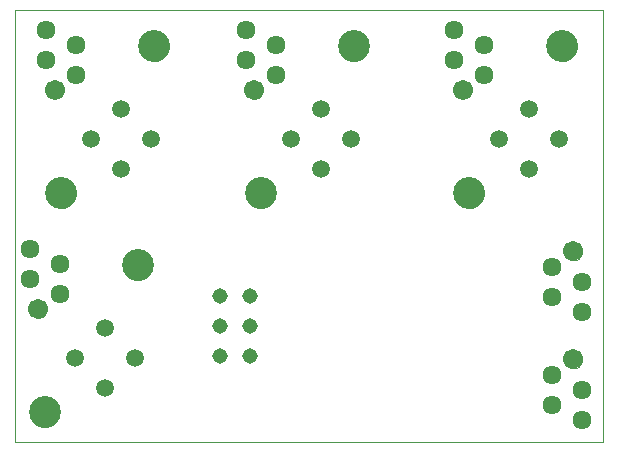
<source format=gbs>
G75*
G70*
%OFA0B0*%
%FSLAX24Y24*%
%IPPOS*%
%LPD*%
%AMOC8*
5,1,8,0,0,1.08239X$1,22.5*
%
%ADD10C,0.0000*%
%ADD11C,0.1064*%
%ADD12C,0.0516*%
%ADD13C,0.0634*%
%ADD14C,0.0671*%
%ADD15C,0.0595*%
D10*
X000403Y000907D02*
X000403Y015307D01*
X020003Y015307D01*
X020003Y000907D01*
X000403Y000907D01*
X000911Y001907D02*
X000913Y001951D01*
X000919Y001995D01*
X000929Y002038D01*
X000942Y002080D01*
X000960Y002120D01*
X000981Y002159D01*
X001005Y002196D01*
X001032Y002231D01*
X001063Y002263D01*
X001096Y002292D01*
X001132Y002318D01*
X001170Y002340D01*
X001210Y002359D01*
X001251Y002375D01*
X001294Y002387D01*
X001337Y002395D01*
X001381Y002399D01*
X001425Y002399D01*
X001469Y002395D01*
X001512Y002387D01*
X001555Y002375D01*
X001596Y002359D01*
X001636Y002340D01*
X001674Y002318D01*
X001710Y002292D01*
X001743Y002263D01*
X001774Y002231D01*
X001801Y002196D01*
X001825Y002159D01*
X001846Y002120D01*
X001864Y002080D01*
X001877Y002038D01*
X001887Y001995D01*
X001893Y001951D01*
X001895Y001907D01*
X001893Y001863D01*
X001887Y001819D01*
X001877Y001776D01*
X001864Y001734D01*
X001846Y001694D01*
X001825Y001655D01*
X001801Y001618D01*
X001774Y001583D01*
X001743Y001551D01*
X001710Y001522D01*
X001674Y001496D01*
X001636Y001474D01*
X001596Y001455D01*
X001555Y001439D01*
X001512Y001427D01*
X001469Y001419D01*
X001425Y001415D01*
X001381Y001415D01*
X001337Y001419D01*
X001294Y001427D01*
X001251Y001439D01*
X001210Y001455D01*
X001170Y001474D01*
X001132Y001496D01*
X001096Y001522D01*
X001063Y001551D01*
X001032Y001583D01*
X001005Y001618D01*
X000981Y001655D01*
X000960Y001694D01*
X000942Y001734D01*
X000929Y001776D01*
X000919Y001819D01*
X000913Y001863D01*
X000911Y001907D01*
X000887Y005348D02*
X000889Y005382D01*
X000895Y005416D01*
X000905Y005449D01*
X000918Y005480D01*
X000936Y005510D01*
X000956Y005538D01*
X000980Y005563D01*
X001006Y005585D01*
X001034Y005603D01*
X001065Y005619D01*
X001097Y005631D01*
X001131Y005639D01*
X001165Y005643D01*
X001199Y005643D01*
X001233Y005639D01*
X001267Y005631D01*
X001299Y005619D01*
X001329Y005603D01*
X001358Y005585D01*
X001384Y005563D01*
X001408Y005538D01*
X001428Y005510D01*
X001446Y005480D01*
X001459Y005449D01*
X001469Y005416D01*
X001475Y005382D01*
X001477Y005348D01*
X001475Y005314D01*
X001469Y005280D01*
X001459Y005247D01*
X001446Y005216D01*
X001428Y005186D01*
X001408Y005158D01*
X001384Y005133D01*
X001358Y005111D01*
X001330Y005093D01*
X001299Y005077D01*
X001267Y005065D01*
X001233Y005057D01*
X001199Y005053D01*
X001165Y005053D01*
X001131Y005057D01*
X001097Y005065D01*
X001065Y005077D01*
X001034Y005093D01*
X001006Y005111D01*
X000980Y005133D01*
X000956Y005158D01*
X000936Y005186D01*
X000918Y005216D01*
X000905Y005247D01*
X000895Y005280D01*
X000889Y005314D01*
X000887Y005348D01*
X004011Y006807D02*
X004013Y006851D01*
X004019Y006895D01*
X004029Y006938D01*
X004042Y006980D01*
X004060Y007020D01*
X004081Y007059D01*
X004105Y007096D01*
X004132Y007131D01*
X004163Y007163D01*
X004196Y007192D01*
X004232Y007218D01*
X004270Y007240D01*
X004310Y007259D01*
X004351Y007275D01*
X004394Y007287D01*
X004437Y007295D01*
X004481Y007299D01*
X004525Y007299D01*
X004569Y007295D01*
X004612Y007287D01*
X004655Y007275D01*
X004696Y007259D01*
X004736Y007240D01*
X004774Y007218D01*
X004810Y007192D01*
X004843Y007163D01*
X004874Y007131D01*
X004901Y007096D01*
X004925Y007059D01*
X004946Y007020D01*
X004964Y006980D01*
X004977Y006938D01*
X004987Y006895D01*
X004993Y006851D01*
X004995Y006807D01*
X004993Y006763D01*
X004987Y006719D01*
X004977Y006676D01*
X004964Y006634D01*
X004946Y006594D01*
X004925Y006555D01*
X004901Y006518D01*
X004874Y006483D01*
X004843Y006451D01*
X004810Y006422D01*
X004774Y006396D01*
X004736Y006374D01*
X004696Y006355D01*
X004655Y006339D01*
X004612Y006327D01*
X004569Y006319D01*
X004525Y006315D01*
X004481Y006315D01*
X004437Y006319D01*
X004394Y006327D01*
X004351Y006339D01*
X004310Y006355D01*
X004270Y006374D01*
X004232Y006396D01*
X004196Y006422D01*
X004163Y006451D01*
X004132Y006483D01*
X004105Y006518D01*
X004081Y006555D01*
X004060Y006594D01*
X004042Y006634D01*
X004029Y006676D01*
X004019Y006719D01*
X004013Y006763D01*
X004011Y006807D01*
X001461Y009207D02*
X001463Y009251D01*
X001469Y009295D01*
X001479Y009338D01*
X001492Y009380D01*
X001510Y009420D01*
X001531Y009459D01*
X001555Y009496D01*
X001582Y009531D01*
X001613Y009563D01*
X001646Y009592D01*
X001682Y009618D01*
X001720Y009640D01*
X001760Y009659D01*
X001801Y009675D01*
X001844Y009687D01*
X001887Y009695D01*
X001931Y009699D01*
X001975Y009699D01*
X002019Y009695D01*
X002062Y009687D01*
X002105Y009675D01*
X002146Y009659D01*
X002186Y009640D01*
X002224Y009618D01*
X002260Y009592D01*
X002293Y009563D01*
X002324Y009531D01*
X002351Y009496D01*
X002375Y009459D01*
X002396Y009420D01*
X002414Y009380D01*
X002427Y009338D01*
X002437Y009295D01*
X002443Y009251D01*
X002445Y009207D01*
X002443Y009163D01*
X002437Y009119D01*
X002427Y009076D01*
X002414Y009034D01*
X002396Y008994D01*
X002375Y008955D01*
X002351Y008918D01*
X002324Y008883D01*
X002293Y008851D01*
X002260Y008822D01*
X002224Y008796D01*
X002186Y008774D01*
X002146Y008755D01*
X002105Y008739D01*
X002062Y008727D01*
X002019Y008719D01*
X001975Y008715D01*
X001931Y008715D01*
X001887Y008719D01*
X001844Y008727D01*
X001801Y008739D01*
X001760Y008755D01*
X001720Y008774D01*
X001682Y008796D01*
X001646Y008822D01*
X001613Y008851D01*
X001582Y008883D01*
X001555Y008918D01*
X001531Y008955D01*
X001510Y008994D01*
X001492Y009034D01*
X001479Y009076D01*
X001469Y009119D01*
X001463Y009163D01*
X001461Y009207D01*
X001437Y012648D02*
X001439Y012682D01*
X001445Y012716D01*
X001455Y012749D01*
X001468Y012780D01*
X001486Y012810D01*
X001506Y012838D01*
X001530Y012863D01*
X001556Y012885D01*
X001584Y012903D01*
X001615Y012919D01*
X001647Y012931D01*
X001681Y012939D01*
X001715Y012943D01*
X001749Y012943D01*
X001783Y012939D01*
X001817Y012931D01*
X001849Y012919D01*
X001879Y012903D01*
X001908Y012885D01*
X001934Y012863D01*
X001958Y012838D01*
X001978Y012810D01*
X001996Y012780D01*
X002009Y012749D01*
X002019Y012716D01*
X002025Y012682D01*
X002027Y012648D01*
X002025Y012614D01*
X002019Y012580D01*
X002009Y012547D01*
X001996Y012516D01*
X001978Y012486D01*
X001958Y012458D01*
X001934Y012433D01*
X001908Y012411D01*
X001880Y012393D01*
X001849Y012377D01*
X001817Y012365D01*
X001783Y012357D01*
X001749Y012353D01*
X001715Y012353D01*
X001681Y012357D01*
X001647Y012365D01*
X001615Y012377D01*
X001584Y012393D01*
X001556Y012411D01*
X001530Y012433D01*
X001506Y012458D01*
X001486Y012486D01*
X001468Y012516D01*
X001455Y012547D01*
X001445Y012580D01*
X001439Y012614D01*
X001437Y012648D01*
X004561Y014107D02*
X004563Y014151D01*
X004569Y014195D01*
X004579Y014238D01*
X004592Y014280D01*
X004610Y014320D01*
X004631Y014359D01*
X004655Y014396D01*
X004682Y014431D01*
X004713Y014463D01*
X004746Y014492D01*
X004782Y014518D01*
X004820Y014540D01*
X004860Y014559D01*
X004901Y014575D01*
X004944Y014587D01*
X004987Y014595D01*
X005031Y014599D01*
X005075Y014599D01*
X005119Y014595D01*
X005162Y014587D01*
X005205Y014575D01*
X005246Y014559D01*
X005286Y014540D01*
X005324Y014518D01*
X005360Y014492D01*
X005393Y014463D01*
X005424Y014431D01*
X005451Y014396D01*
X005475Y014359D01*
X005496Y014320D01*
X005514Y014280D01*
X005527Y014238D01*
X005537Y014195D01*
X005543Y014151D01*
X005545Y014107D01*
X005543Y014063D01*
X005537Y014019D01*
X005527Y013976D01*
X005514Y013934D01*
X005496Y013894D01*
X005475Y013855D01*
X005451Y013818D01*
X005424Y013783D01*
X005393Y013751D01*
X005360Y013722D01*
X005324Y013696D01*
X005286Y013674D01*
X005246Y013655D01*
X005205Y013639D01*
X005162Y013627D01*
X005119Y013619D01*
X005075Y013615D01*
X005031Y013615D01*
X004987Y013619D01*
X004944Y013627D01*
X004901Y013639D01*
X004860Y013655D01*
X004820Y013674D01*
X004782Y013696D01*
X004746Y013722D01*
X004713Y013751D01*
X004682Y013783D01*
X004655Y013818D01*
X004631Y013855D01*
X004610Y013894D01*
X004592Y013934D01*
X004579Y013976D01*
X004569Y014019D01*
X004563Y014063D01*
X004561Y014107D01*
X008087Y012648D02*
X008089Y012682D01*
X008095Y012716D01*
X008105Y012749D01*
X008118Y012780D01*
X008136Y012810D01*
X008156Y012838D01*
X008180Y012863D01*
X008206Y012885D01*
X008234Y012903D01*
X008265Y012919D01*
X008297Y012931D01*
X008331Y012939D01*
X008365Y012943D01*
X008399Y012943D01*
X008433Y012939D01*
X008467Y012931D01*
X008499Y012919D01*
X008529Y012903D01*
X008558Y012885D01*
X008584Y012863D01*
X008608Y012838D01*
X008628Y012810D01*
X008646Y012780D01*
X008659Y012749D01*
X008669Y012716D01*
X008675Y012682D01*
X008677Y012648D01*
X008675Y012614D01*
X008669Y012580D01*
X008659Y012547D01*
X008646Y012516D01*
X008628Y012486D01*
X008608Y012458D01*
X008584Y012433D01*
X008558Y012411D01*
X008530Y012393D01*
X008499Y012377D01*
X008467Y012365D01*
X008433Y012357D01*
X008399Y012353D01*
X008365Y012353D01*
X008331Y012357D01*
X008297Y012365D01*
X008265Y012377D01*
X008234Y012393D01*
X008206Y012411D01*
X008180Y012433D01*
X008156Y012458D01*
X008136Y012486D01*
X008118Y012516D01*
X008105Y012547D01*
X008095Y012580D01*
X008089Y012614D01*
X008087Y012648D01*
X011211Y014107D02*
X011213Y014151D01*
X011219Y014195D01*
X011229Y014238D01*
X011242Y014280D01*
X011260Y014320D01*
X011281Y014359D01*
X011305Y014396D01*
X011332Y014431D01*
X011363Y014463D01*
X011396Y014492D01*
X011432Y014518D01*
X011470Y014540D01*
X011510Y014559D01*
X011551Y014575D01*
X011594Y014587D01*
X011637Y014595D01*
X011681Y014599D01*
X011725Y014599D01*
X011769Y014595D01*
X011812Y014587D01*
X011855Y014575D01*
X011896Y014559D01*
X011936Y014540D01*
X011974Y014518D01*
X012010Y014492D01*
X012043Y014463D01*
X012074Y014431D01*
X012101Y014396D01*
X012125Y014359D01*
X012146Y014320D01*
X012164Y014280D01*
X012177Y014238D01*
X012187Y014195D01*
X012193Y014151D01*
X012195Y014107D01*
X012193Y014063D01*
X012187Y014019D01*
X012177Y013976D01*
X012164Y013934D01*
X012146Y013894D01*
X012125Y013855D01*
X012101Y013818D01*
X012074Y013783D01*
X012043Y013751D01*
X012010Y013722D01*
X011974Y013696D01*
X011936Y013674D01*
X011896Y013655D01*
X011855Y013639D01*
X011812Y013627D01*
X011769Y013619D01*
X011725Y013615D01*
X011681Y013615D01*
X011637Y013619D01*
X011594Y013627D01*
X011551Y013639D01*
X011510Y013655D01*
X011470Y013674D01*
X011432Y013696D01*
X011396Y013722D01*
X011363Y013751D01*
X011332Y013783D01*
X011305Y013818D01*
X011281Y013855D01*
X011260Y013894D01*
X011242Y013934D01*
X011229Y013976D01*
X011219Y014019D01*
X011213Y014063D01*
X011211Y014107D01*
X015037Y012648D02*
X015039Y012682D01*
X015045Y012716D01*
X015055Y012749D01*
X015068Y012780D01*
X015086Y012810D01*
X015106Y012838D01*
X015130Y012863D01*
X015156Y012885D01*
X015184Y012903D01*
X015215Y012919D01*
X015247Y012931D01*
X015281Y012939D01*
X015315Y012943D01*
X015349Y012943D01*
X015383Y012939D01*
X015417Y012931D01*
X015449Y012919D01*
X015479Y012903D01*
X015508Y012885D01*
X015534Y012863D01*
X015558Y012838D01*
X015578Y012810D01*
X015596Y012780D01*
X015609Y012749D01*
X015619Y012716D01*
X015625Y012682D01*
X015627Y012648D01*
X015625Y012614D01*
X015619Y012580D01*
X015609Y012547D01*
X015596Y012516D01*
X015578Y012486D01*
X015558Y012458D01*
X015534Y012433D01*
X015508Y012411D01*
X015480Y012393D01*
X015449Y012377D01*
X015417Y012365D01*
X015383Y012357D01*
X015349Y012353D01*
X015315Y012353D01*
X015281Y012357D01*
X015247Y012365D01*
X015215Y012377D01*
X015184Y012393D01*
X015156Y012411D01*
X015130Y012433D01*
X015106Y012458D01*
X015086Y012486D01*
X015068Y012516D01*
X015055Y012547D01*
X015045Y012580D01*
X015039Y012614D01*
X015037Y012648D01*
X018161Y014107D02*
X018163Y014151D01*
X018169Y014195D01*
X018179Y014238D01*
X018192Y014280D01*
X018210Y014320D01*
X018231Y014359D01*
X018255Y014396D01*
X018282Y014431D01*
X018313Y014463D01*
X018346Y014492D01*
X018382Y014518D01*
X018420Y014540D01*
X018460Y014559D01*
X018501Y014575D01*
X018544Y014587D01*
X018587Y014595D01*
X018631Y014599D01*
X018675Y014599D01*
X018719Y014595D01*
X018762Y014587D01*
X018805Y014575D01*
X018846Y014559D01*
X018886Y014540D01*
X018924Y014518D01*
X018960Y014492D01*
X018993Y014463D01*
X019024Y014431D01*
X019051Y014396D01*
X019075Y014359D01*
X019096Y014320D01*
X019114Y014280D01*
X019127Y014238D01*
X019137Y014195D01*
X019143Y014151D01*
X019145Y014107D01*
X019143Y014063D01*
X019137Y014019D01*
X019127Y013976D01*
X019114Y013934D01*
X019096Y013894D01*
X019075Y013855D01*
X019051Y013818D01*
X019024Y013783D01*
X018993Y013751D01*
X018960Y013722D01*
X018924Y013696D01*
X018886Y013674D01*
X018846Y013655D01*
X018805Y013639D01*
X018762Y013627D01*
X018719Y013619D01*
X018675Y013615D01*
X018631Y013615D01*
X018587Y013619D01*
X018544Y013627D01*
X018501Y013639D01*
X018460Y013655D01*
X018420Y013674D01*
X018382Y013696D01*
X018346Y013722D01*
X018313Y013751D01*
X018282Y013783D01*
X018255Y013818D01*
X018231Y013855D01*
X018210Y013894D01*
X018192Y013934D01*
X018179Y013976D01*
X018169Y014019D01*
X018163Y014063D01*
X018161Y014107D01*
X015061Y009207D02*
X015063Y009251D01*
X015069Y009295D01*
X015079Y009338D01*
X015092Y009380D01*
X015110Y009420D01*
X015131Y009459D01*
X015155Y009496D01*
X015182Y009531D01*
X015213Y009563D01*
X015246Y009592D01*
X015282Y009618D01*
X015320Y009640D01*
X015360Y009659D01*
X015401Y009675D01*
X015444Y009687D01*
X015487Y009695D01*
X015531Y009699D01*
X015575Y009699D01*
X015619Y009695D01*
X015662Y009687D01*
X015705Y009675D01*
X015746Y009659D01*
X015786Y009640D01*
X015824Y009618D01*
X015860Y009592D01*
X015893Y009563D01*
X015924Y009531D01*
X015951Y009496D01*
X015975Y009459D01*
X015996Y009420D01*
X016014Y009380D01*
X016027Y009338D01*
X016037Y009295D01*
X016043Y009251D01*
X016045Y009207D01*
X016043Y009163D01*
X016037Y009119D01*
X016027Y009076D01*
X016014Y009034D01*
X015996Y008994D01*
X015975Y008955D01*
X015951Y008918D01*
X015924Y008883D01*
X015893Y008851D01*
X015860Y008822D01*
X015824Y008796D01*
X015786Y008774D01*
X015746Y008755D01*
X015705Y008739D01*
X015662Y008727D01*
X015619Y008719D01*
X015575Y008715D01*
X015531Y008715D01*
X015487Y008719D01*
X015444Y008727D01*
X015401Y008739D01*
X015360Y008755D01*
X015320Y008774D01*
X015282Y008796D01*
X015246Y008822D01*
X015213Y008851D01*
X015182Y008883D01*
X015155Y008918D01*
X015131Y008955D01*
X015110Y008994D01*
X015092Y009034D01*
X015079Y009076D01*
X015069Y009119D01*
X015063Y009163D01*
X015061Y009207D01*
X018729Y007266D02*
X018731Y007300D01*
X018737Y007334D01*
X018747Y007367D01*
X018760Y007398D01*
X018778Y007428D01*
X018798Y007456D01*
X018822Y007481D01*
X018848Y007503D01*
X018876Y007521D01*
X018907Y007537D01*
X018939Y007549D01*
X018973Y007557D01*
X019007Y007561D01*
X019041Y007561D01*
X019075Y007557D01*
X019109Y007549D01*
X019141Y007537D01*
X019171Y007521D01*
X019200Y007503D01*
X019226Y007481D01*
X019250Y007456D01*
X019270Y007428D01*
X019288Y007398D01*
X019301Y007367D01*
X019311Y007334D01*
X019317Y007300D01*
X019319Y007266D01*
X019317Y007232D01*
X019311Y007198D01*
X019301Y007165D01*
X019288Y007134D01*
X019270Y007104D01*
X019250Y007076D01*
X019226Y007051D01*
X019200Y007029D01*
X019172Y007011D01*
X019141Y006995D01*
X019109Y006983D01*
X019075Y006975D01*
X019041Y006971D01*
X019007Y006971D01*
X018973Y006975D01*
X018939Y006983D01*
X018907Y006995D01*
X018876Y007011D01*
X018848Y007029D01*
X018822Y007051D01*
X018798Y007076D01*
X018778Y007104D01*
X018760Y007134D01*
X018747Y007165D01*
X018737Y007198D01*
X018731Y007232D01*
X018729Y007266D01*
X018729Y003666D02*
X018731Y003700D01*
X018737Y003734D01*
X018747Y003767D01*
X018760Y003798D01*
X018778Y003828D01*
X018798Y003856D01*
X018822Y003881D01*
X018848Y003903D01*
X018876Y003921D01*
X018907Y003937D01*
X018939Y003949D01*
X018973Y003957D01*
X019007Y003961D01*
X019041Y003961D01*
X019075Y003957D01*
X019109Y003949D01*
X019141Y003937D01*
X019171Y003921D01*
X019200Y003903D01*
X019226Y003881D01*
X019250Y003856D01*
X019270Y003828D01*
X019288Y003798D01*
X019301Y003767D01*
X019311Y003734D01*
X019317Y003700D01*
X019319Y003666D01*
X019317Y003632D01*
X019311Y003598D01*
X019301Y003565D01*
X019288Y003534D01*
X019270Y003504D01*
X019250Y003476D01*
X019226Y003451D01*
X019200Y003429D01*
X019172Y003411D01*
X019141Y003395D01*
X019109Y003383D01*
X019075Y003375D01*
X019041Y003371D01*
X019007Y003371D01*
X018973Y003375D01*
X018939Y003383D01*
X018907Y003395D01*
X018876Y003411D01*
X018848Y003429D01*
X018822Y003451D01*
X018798Y003476D01*
X018778Y003504D01*
X018760Y003534D01*
X018747Y003565D01*
X018737Y003598D01*
X018731Y003632D01*
X018729Y003666D01*
X008111Y009207D02*
X008113Y009251D01*
X008119Y009295D01*
X008129Y009338D01*
X008142Y009380D01*
X008160Y009420D01*
X008181Y009459D01*
X008205Y009496D01*
X008232Y009531D01*
X008263Y009563D01*
X008296Y009592D01*
X008332Y009618D01*
X008370Y009640D01*
X008410Y009659D01*
X008451Y009675D01*
X008494Y009687D01*
X008537Y009695D01*
X008581Y009699D01*
X008625Y009699D01*
X008669Y009695D01*
X008712Y009687D01*
X008755Y009675D01*
X008796Y009659D01*
X008836Y009640D01*
X008874Y009618D01*
X008910Y009592D01*
X008943Y009563D01*
X008974Y009531D01*
X009001Y009496D01*
X009025Y009459D01*
X009046Y009420D01*
X009064Y009380D01*
X009077Y009338D01*
X009087Y009295D01*
X009093Y009251D01*
X009095Y009207D01*
X009093Y009163D01*
X009087Y009119D01*
X009077Y009076D01*
X009064Y009034D01*
X009046Y008994D01*
X009025Y008955D01*
X009001Y008918D01*
X008974Y008883D01*
X008943Y008851D01*
X008910Y008822D01*
X008874Y008796D01*
X008836Y008774D01*
X008796Y008755D01*
X008755Y008739D01*
X008712Y008727D01*
X008669Y008719D01*
X008625Y008715D01*
X008581Y008715D01*
X008537Y008719D01*
X008494Y008727D01*
X008451Y008739D01*
X008410Y008755D01*
X008370Y008774D01*
X008332Y008796D01*
X008296Y008822D01*
X008263Y008851D01*
X008232Y008883D01*
X008205Y008918D01*
X008181Y008955D01*
X008160Y008994D01*
X008142Y009034D01*
X008129Y009076D01*
X008119Y009119D01*
X008113Y009163D01*
X008111Y009207D01*
D11*
X008603Y009207D03*
X004503Y006807D03*
X001953Y009207D03*
X005053Y014107D03*
X011703Y014107D03*
X015553Y009207D03*
X018653Y014107D03*
X001403Y001907D03*
D12*
X007233Y003767D03*
X008233Y003767D03*
X008233Y004767D03*
X007233Y004767D03*
X007233Y005767D03*
X008233Y005767D03*
D13*
X001903Y005857D03*
X000903Y006357D03*
X001903Y006857D03*
X000903Y007357D03*
X002453Y013157D03*
X001453Y013657D03*
X002453Y014157D03*
X001453Y014657D03*
X008103Y014657D03*
X009103Y014157D03*
X008103Y013657D03*
X009103Y013157D03*
X015053Y013657D03*
X016053Y013157D03*
X016053Y014157D03*
X015053Y014657D03*
X018303Y006757D03*
X019303Y006257D03*
X018303Y005757D03*
X019303Y005257D03*
X018303Y003157D03*
X019303Y002657D03*
X018303Y002157D03*
X019303Y001657D03*
D14*
X019024Y003666D03*
X019024Y007266D03*
X015332Y012648D03*
X008382Y012648D03*
X001732Y012648D03*
X001182Y005348D03*
D15*
X002403Y003707D03*
X003403Y002707D03*
X004403Y003707D03*
X003403Y004707D03*
X003953Y010007D03*
X002953Y011007D03*
X003953Y012007D03*
X004953Y011007D03*
X009603Y011007D03*
X010603Y010007D03*
X011603Y011007D03*
X010603Y012007D03*
X016553Y011007D03*
X017553Y010007D03*
X018553Y011007D03*
X017553Y012007D03*
M02*

</source>
